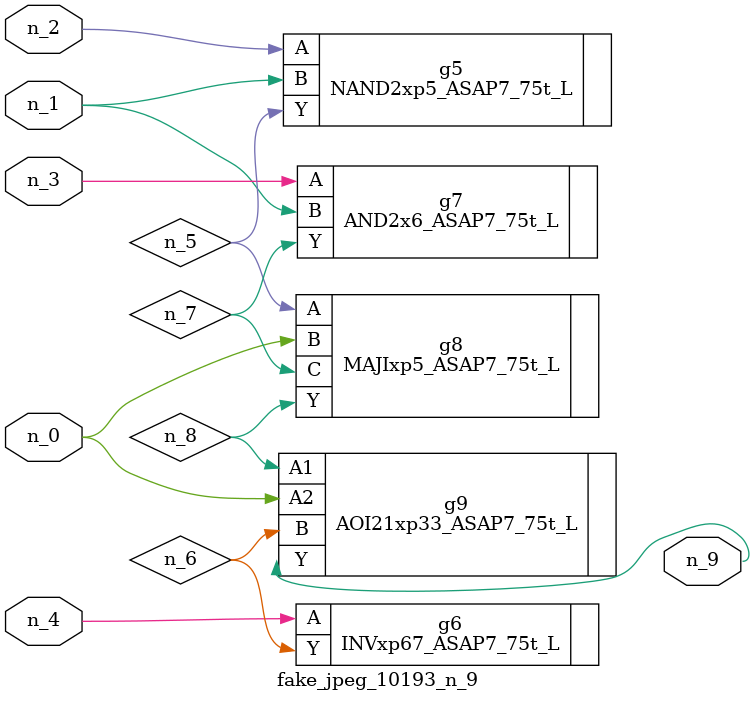
<source format=v>
module fake_jpeg_10193_n_9 (n_3, n_2, n_1, n_0, n_4, n_9);

input n_3;
input n_2;
input n_1;
input n_0;
input n_4;

output n_9;

wire n_8;
wire n_6;
wire n_5;
wire n_7;

NAND2xp5_ASAP7_75t_L g5 ( 
.A(n_2),
.B(n_1),
.Y(n_5)
);

INVxp67_ASAP7_75t_L g6 ( 
.A(n_4),
.Y(n_6)
);

AND2x6_ASAP7_75t_L g7 ( 
.A(n_3),
.B(n_1),
.Y(n_7)
);

MAJIxp5_ASAP7_75t_L g8 ( 
.A(n_5),
.B(n_0),
.C(n_7),
.Y(n_8)
);

AOI21xp33_ASAP7_75t_L g9 ( 
.A1(n_8),
.A2(n_0),
.B(n_6),
.Y(n_9)
);


endmodule
</source>
